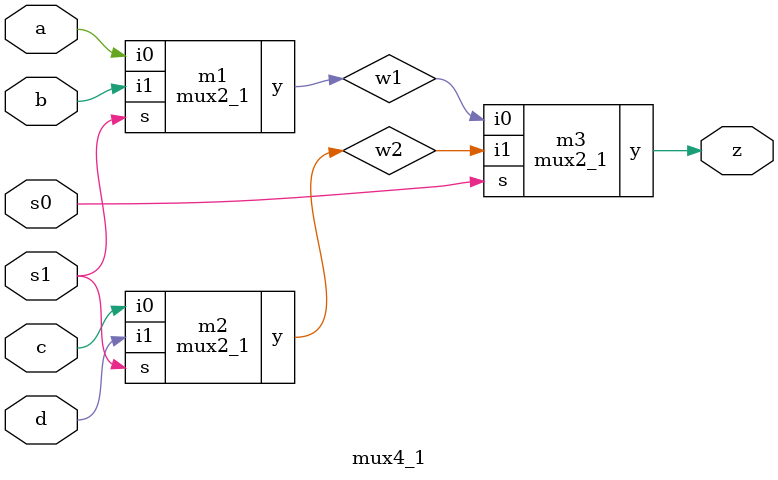
<source format=v>
module mux2_1(i0,i1,s,y);
input i0,i1,s;
output y;

assign y = ((~s)&i0) | (s&i1);
endmodule

module mux4_1(a,b,c,d,s0,s1,z);
input a,b,c,d,s0,s1;
output z;
wire w1,w2;

mux2_1 m1(a,b,s1,w1);
mux2_1 m2(c,d,s1,w2);
mux2_1 m3(w1,w2,s0,z);

endmodule

</source>
